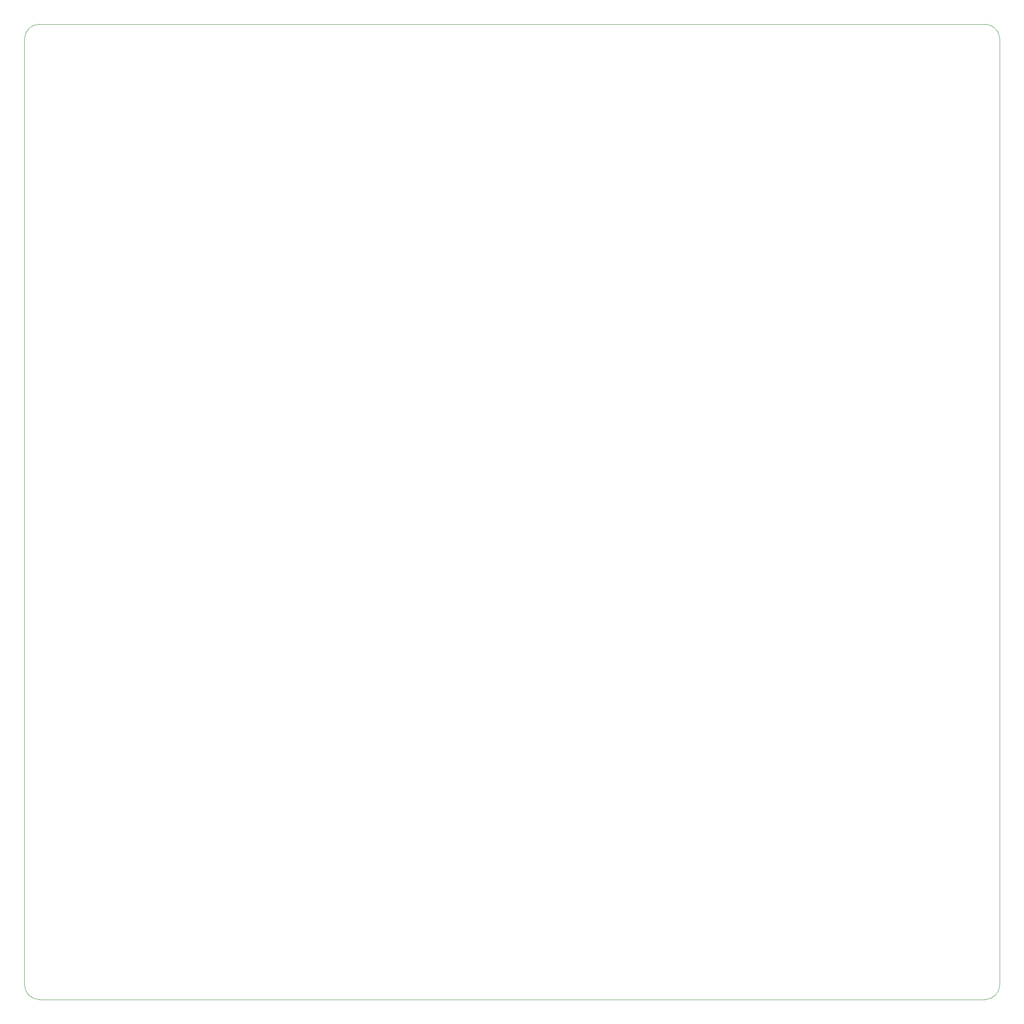
<source format=gbr>
%TF.GenerationSoftware,Altium Limited,Altium Designer,23.11.1 (41)*%
G04 Layer_Color=0*
%FSLAX45Y45*%
%MOMM*%
%TF.SameCoordinates,75D3B97C-BFDA-4FAF-9EB3-CC348FD6A853*%
%TF.FilePolarity,Positive*%
%TF.FileFunction,Profile,NP*%
%TF.Part,Single*%
G01*
G75*
%TA.AperFunction,Profile*%
%ADD238C,0.02540*%
D238*
X0Y304800D02*
G03*
X304800Y0I304800J0D01*
G01*
X19710400D01*
D02*
G03*
X20015199Y304800I0J304800D01*
G01*
Y19710400D01*
D02*
G03*
X19710400Y20015199I-304800J0D01*
G01*
X19710365Y20013004D01*
X304800Y20015199D01*
D02*
G03*
X0Y19710400I0J-304800D01*
G01*
Y304800D01*
%TF.MD5,0dd6568e72868c208928430396f83f9f*%
M02*

</source>
